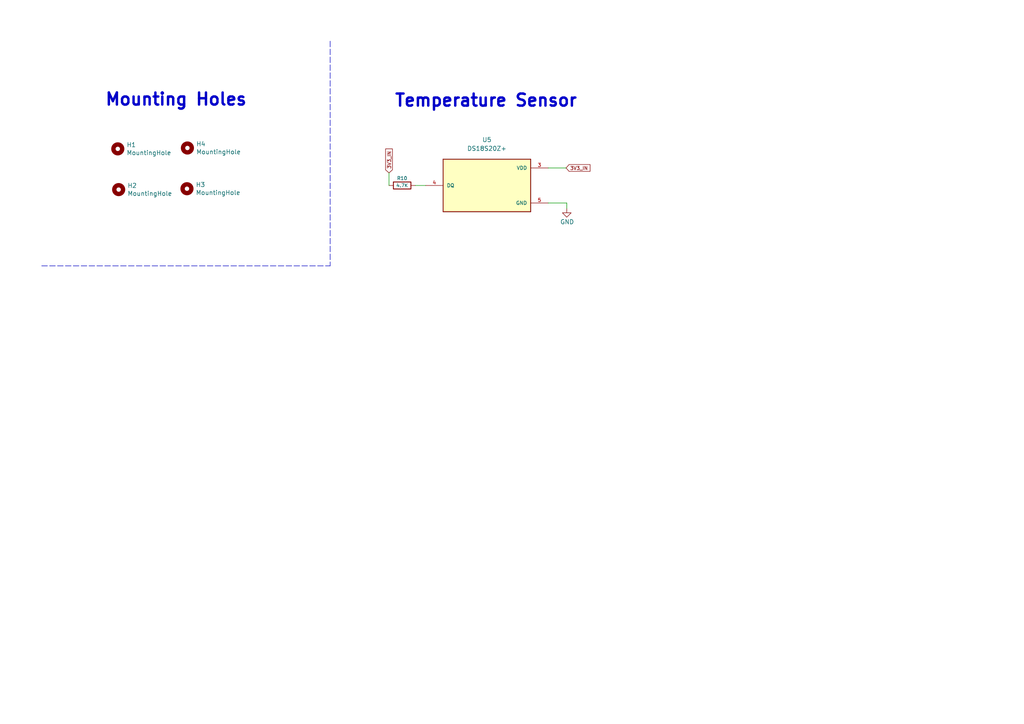
<source format=kicad_sch>
(kicad_sch (version 20211123) (generator eeschema)
  (paper "A4")
  (lib_symbols
    (symbol "DS18S20Z_:DS18S20Z+" (pin_names (offset 1.016))
      (property "Reference" "U" (at -12.7 7.62 0))
      (property "Value" "DS18S20Z+" (at -12.7 -10.16 0))
      (symbol "DS18S20Z+_0_0"
        (rectangle (start -12.7 -7.62) (end 12.7 7.62) (stroke (width 0.254)) (fill (type background)))
        (pin power_in line (at 17.78 5.08 180) (length 5.08) (name "VDD") (number "3"))
        (pin bidirectional line (at -17.78 0 0) (length 5.08) (name "DQ") (number "4"))
        (pin power_in line (at 17.78 -5.08 180) (length 5.08) (name "GND") (number "5"))
      )
    )
    (symbol "Device:R" (pin_numbers hide) (pin_names (offset 0))
      (property "Reference" "R" (at 2.032 0 90))
      (property "Value" "R" (at 0 0 90))
      (symbol "R_0_1"
        (rectangle (start -1.016 -2.54) (end 1.016 2.54) (stroke (width 0.254)))
      )
      (symbol "R_1_1"
        (pin passive line (at 0 3.81 270) (length 1.27) (name "~") (number "1"))
        (pin passive line (at 0 -3.81 90) (length 1.27) (name "~") (number "2"))
      )
    )
    (symbol "Mechanical:MountingHole" (pin_names (offset 1.016))
      (property "Reference" "H" (at 0 5.08 0))
      (property "Value" "MountingHole" (at 0 3.175 0))
      (symbol "MountingHole_0_1"
        (circle (center 0 0) (radius 1.27) (stroke (width 1.27)))
      )
    )
    (symbol "power:GND" (power) (pin_names (offset 0))
      (property "Value" "GND" (at 0 -3.81 0))
      (symbol "GND_0_1"
        (polyline (pts (xy 0 0) (xy 0 -1.27) (xy 1.27 -1.27) (xy 0 -2.54) (xy -1.27 -1.27) (xy 0 -1.27)))
      )
      (symbol "GND_1_1"
        (pin power_in line (at 0 0 270) (length 0) hide (name "GND") (number "1"))
      )
    )
  )
  (polyline (pts (xy 95.758 11.938) (xy 95.758 77.1144)))
  (wire (pts (xy 112.8268 50.1396) (xy 112.8268 53.7972)))
  (wire (pts (xy 164.3888 58.8772) (xy 159.004 58.8772)))
  (wire (pts (xy 120.4468 53.7972) (xy 123.444 53.7972)))
  (polyline (pts (xy 12.0904 77.1144) (xy 95.758 77.1144)))
  (wire (pts (xy 164.3888 60.452) (xy 164.3888 58.8772)))
  (wire (pts (xy 159.004 48.7172) (xy 164.1856 48.7172)))
  (text "Temperature Sensor" (at 114.2492 31.3436 0) (effects (font (size 3.5 3.5) bold) (justify left bottom)))
  (text "Mounting Holes\n" (at 30.2768 31.0388 0) (effects (font (size 3.5 3.5) bold) (justify left bottom)))
  (global_label "3V3_IN" (shape input) (at 164.1856 48.7172 0) (effects (font (size 1 1))) (property "Intersheet References" "${INTERSHEET_REFS}" (effects hide)))
  (global_label "3V3_IN" (shape input) (at 112.8268 50.1396 90) (effects (font (size 1 1))) (property "Intersheet References" "${INTERSHEET_REFS}" (effects hide)))
  (symbol (lib_id "Mechanical:MountingHole") (at 34.163 43.18 0) (unit 1)
    (property "Reference" "H1" (at 36.703 42.0116 0) (effects (justify left)))
    (property "Value" "MountingHole" (at 36.703 44.323 0) (effects (justify left)))
    (property "Footprint" "MountingHole:MountingHole_4mm" (effects hide))
  )
  (symbol (lib_id "Mechanical:MountingHole") (at 54.229 54.737 0) (unit 1)
    (property "Reference" "H3" (at 56.769 53.5686 0) (effects (justify left)))
    (property "Value" "MountingHole" (at 56.769 55.88 0) (effects (justify left)))
    (property "Footprint" "MountingHole:MountingHole_4mm" (effects hide))
  )
  (symbol (lib_id "Mechanical:MountingHole") (at 54.356 42.926 0) (unit 1)
    (property "Reference" "H4" (at 56.896 41.7576 0) (effects (justify left)))
    (property "Value" "MountingHole" (at 56.896 44.069 0) (effects (justify left)))
    (property "Footprint" "MountingHole:MountingHole_4mm" (effects hide))
  )
  (symbol (lib_id "Device:R") (at 116.6368 53.7972 90) (unit 1)
    (property "Reference" "R10" (at 116.6368 51.7144 90) (effects (font (size 1 1))))
    (property "Value" "4.7K" (at 116.6368 53.7972 90) (effects (font (size 1 1))))
    (property "Footprint" "Resistor_SMD:R_0603_1608Metric" (effects hide))
  )
  (symbol (lib_id "power:GND") (at 164.3888 60.452 0) (unit 1)
    (property "Reference" "#PWR032" (effects hide))
    (property "Value" "GND" (at 164.4904 64.3636 0))
  )
  (symbol (lib_id "DS18S20Z_:DS18S20Z+") (at 141.224 53.7972 0) (unit 1)
    (property "Reference" "U5" (at 141.224 40.5384 0))
    (property "Value" "DS18S20Z+" (at 141.224 43.0784 0))
    (property "Footprint" "Temp-Sensor_DS18S20Z_:DS18S20Z_" (effects hide))
    (property "PARTREV" "3" (effects hide))
    (property "STANDARD" "IPC7351B" (effects hide))
    (property "MANUFACTURER" "Maxim Integrated" (effects hide))
  )
  (symbol (lib_id "Mechanical:MountingHole") (at 34.417 54.991 0) (unit 1)
    (property "Reference" "H2" (at 36.957 53.8226 0) (effects (justify left)))
    (property "Value" "MountingHole" (at 36.957 56.134 0) (effects (justify left)))
    (property "Footprint" "MountingHole:MountingHole_4mm" (effects hide))
  )
)
</source>
